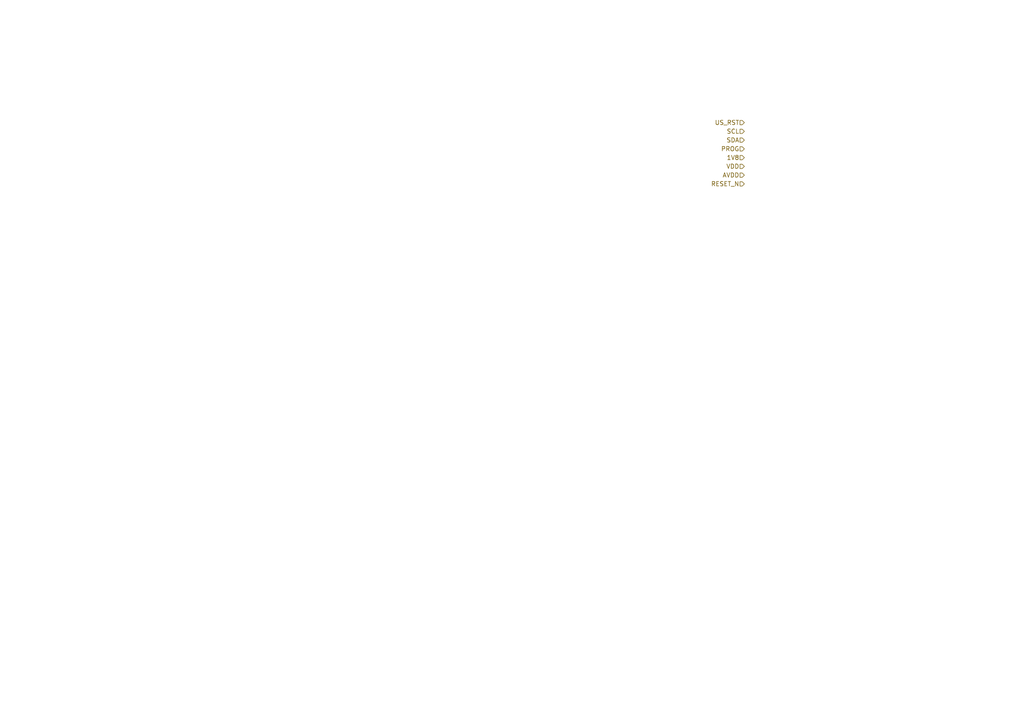
<source format=kicad_sch>
(kicad_sch
	(version 20231120)
	(generator "eeschema")
	(generator_version "8.0")
	(uuid "0fe499e2-e117-4a34-b020-9f8b92ff068f")
	(paper "A4")
	(lib_symbols)
	(hierarchical_label "1V8"
		(shape input)
		(at 215.9 45.72 180)
		(fields_autoplaced yes)
		(effects
			(font
				(size 1.27 1.27)
			)
			(justify right)
		)
		(uuid "02b82663-a0ef-4ef4-bce5-26a17554f577")
	)
	(hierarchical_label "SDA"
		(shape input)
		(at 215.9 40.64 180)
		(fields_autoplaced yes)
		(effects
			(font
				(size 1.27 1.27)
			)
			(justify right)
		)
		(uuid "1259809a-c507-4fdb-95d6-5855ed31ca5b")
	)
	(hierarchical_label "VDD"
		(shape input)
		(at 215.9 48.26 180)
		(fields_autoplaced yes)
		(effects
			(font
				(size 1.27 1.27)
			)
			(justify right)
		)
		(uuid "1fc3cf69-4987-43e1-83e7-0cbb84849776")
	)
	(hierarchical_label "RESET_N"
		(shape input)
		(at 215.9 53.34 180)
		(fields_autoplaced yes)
		(effects
			(font
				(size 1.27 1.27)
			)
			(justify right)
		)
		(uuid "66b940ed-ca50-4a79-a38c-1936c0aea7a5")
	)
	(hierarchical_label "AVDD"
		(shape input)
		(at 215.9 50.8 180)
		(fields_autoplaced yes)
		(effects
			(font
				(size 1.27 1.27)
			)
			(justify right)
		)
		(uuid "a83eb7af-2c7d-4379-be2f-bfab7ce71c55")
	)
	(hierarchical_label "US_RST"
		(shape input)
		(at 215.9 35.56 180)
		(fields_autoplaced yes)
		(effects
			(font
				(size 1.27 1.27)
			)
			(justify right)
		)
		(uuid "ace4c075-3a8c-4cd4-a942-04214541a6d4")
	)
	(hierarchical_label "SCL"
		(shape input)
		(at 215.9 38.1 180)
		(fields_autoplaced yes)
		(effects
			(font
				(size 1.27 1.27)
			)
			(justify right)
		)
		(uuid "c13f8bf6-564c-401d-866a-eb715f8b6faf")
	)
	(hierarchical_label "PROG"
		(shape input)
		(at 215.9 43.18 180)
		(fields_autoplaced yes)
		(effects
			(font
				(size 1.27 1.27)
			)
			(justify right)
		)
		(uuid "c6d56fb5-fedd-4be1-abd6-961a29774133")
	)
)

</source>
